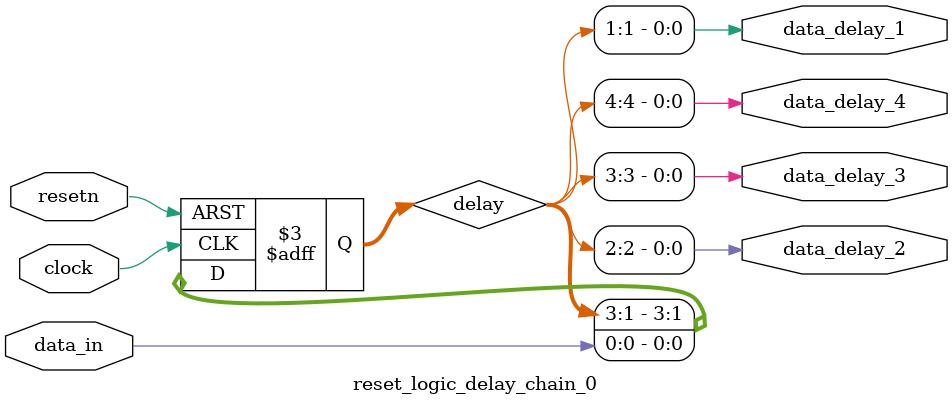
<source format=sv>
module reset_logic_delay_chain_0(
	input  wire clock,
	input  wire resetn,
	input  wire data_in,
	output wire data_delay_1,
	output wire data_delay_2,
	output wire data_delay_3,
	output wire data_delay_4
);

reg [4:1] delay;

assign data_delay_1 = delay[1];
assign data_delay_2 = delay[2];
assign data_delay_3 = delay[3];
assign data_delay_4 = delay[4];

always @(posedge clock or negedge resetn)
begin
	if(~resetn)
		delay <= 4'b0;
	else
		delay <= {delay[3:1], data_in};
end

endmodule


</source>
